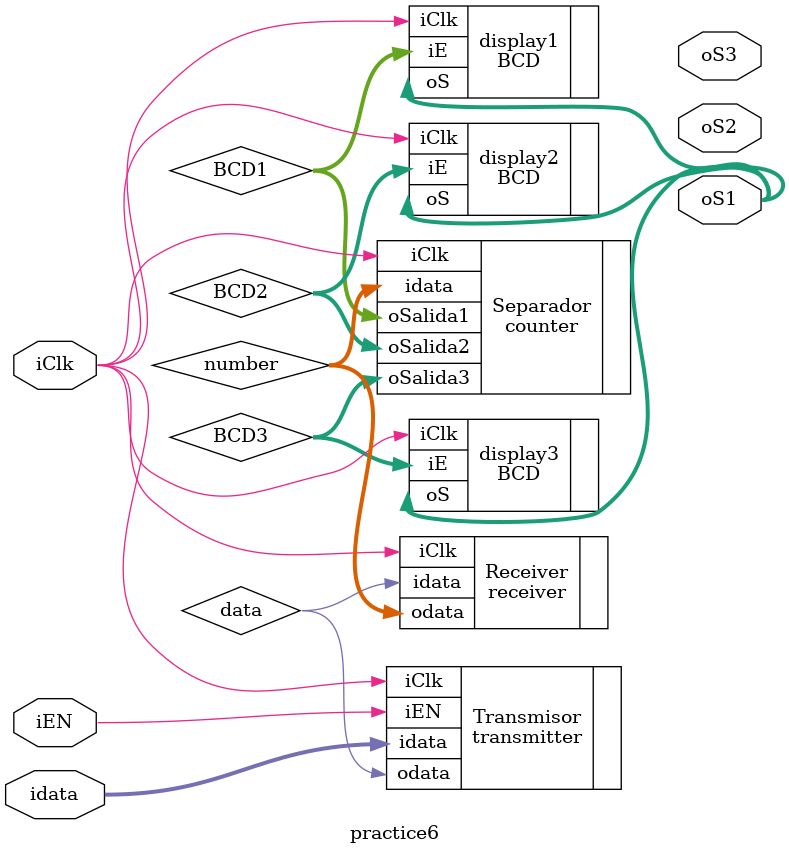
<source format=v>
module practice6(
input iClk,
input iEN,
input [7:0]idata,
output [6:0]oS1,
output [6:0]oS2,
output [6:0]oS3
);

wire [3:0] BCD1;
wire [3:0] BCD2;
wire [3:0] BCD3;
wire BaudRate;
wire data;
wire [7:0]number;

/*

frec_divider BaudRate(
.iClk (iClk),
.ofrec (BaudRate)
);

*/
transmitter Transmisor(
.idata (idata),
.iEN (iEN),
//.iBPS (BaudRate),
.iClk (iClk),
.odata (data)
);

receiver Receiver(
.iClk (iClk),
.idata (data),
.odata (number)
);

counter Separador(
.iClk (iClk),
.idata (number),
.oSalida1 (BCD1),
.oSalida2 (BCD2),
.oSalida3 (BCD3)
);

BCD display1(
.iClk (iClk),
.iE (BCD1),
.oS (oS1)
);

BCD display2(
.iClk (iClk),
.iE (BCD2),
.oS (oS1)
);

BCD display3(
.iClk (iClk),
.iE (BCD3),
.oS (oS1)
);

endmodule 
</source>
